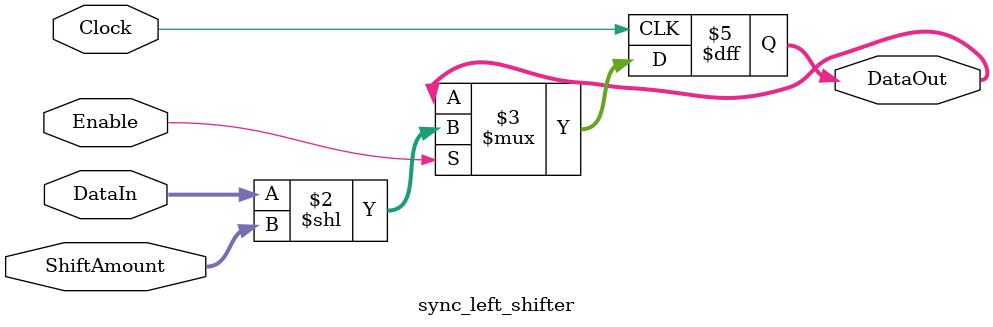
<source format=sv>
module sync_left_shifter #(parameter W=32) (
  input Clock, Enable,
  input [W-1:0] DataIn,
  input [4:0] ShiftAmount,
  output reg [W-1:0] DataOut
);
  always @(posedge Clock) begin
    if (Enable)
      DataOut <= DataIn << ShiftAmount; // Logical left shift
    // No else to maintain value when disabled
  end
endmodule
</source>
